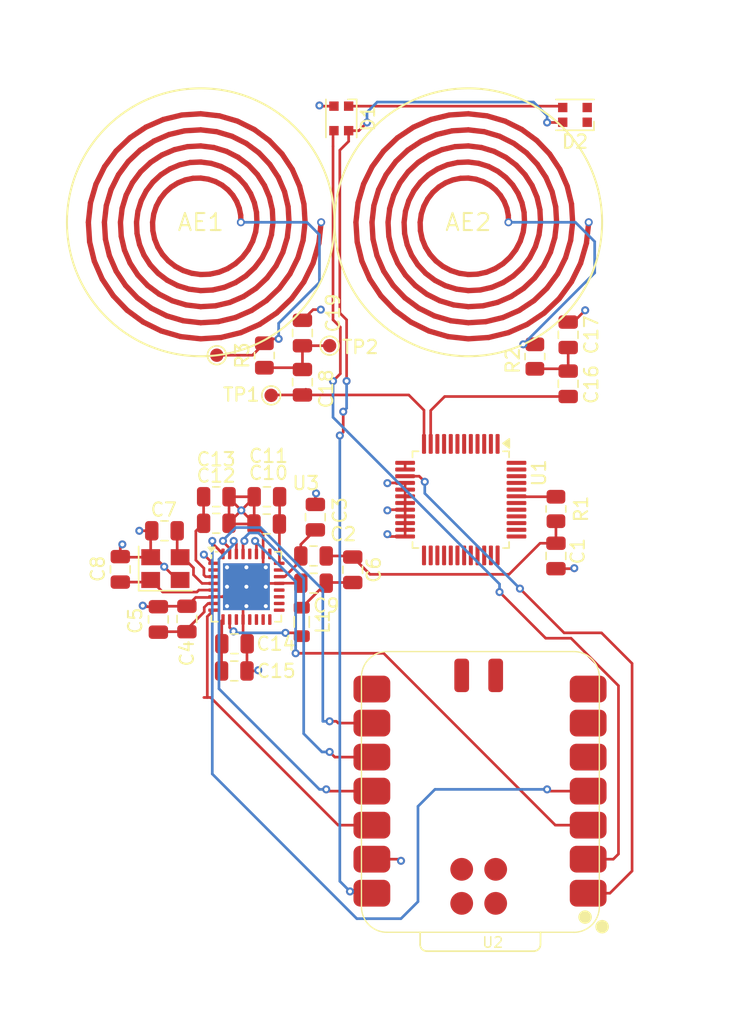
<source format=kicad_pcb>
(kicad_pcb (version 20241229) (generator "pcbnew") (generator_version "9.0")
  (layers (0 "F.Cu" signal) (4 "In1.Cu" signal) (6 "In2.Cu" signal) (2 "B.Cu" signal) (13 "F.Paste" user) (15 "B.Paste" user) (5 "F.SilkS" user "F.Silkscreen") (7 "B.SilkS" user "B.Silkscreen") (1 "F.Mask" user) (3 "B.Mask" user) (25 "Edge.Cuts" user))
  (net 0 "")
  (net 1 "Net-(AE1-Pad1)")
  (net 2 "GND")
  (net 3 "Net-(AE2-Pad1)")
  (net 4 "Net-(C1-Pad2)")
  (net 5 "Net-(U3-RFI1)")
  (net 6 "/VSP_A")
  (net 7 "Net-(C6-Pad1)")
  (net 8 "Net-(U3-XTO)")
  (net 9 "Net-(U3-XTI)")
  (net 10 "/AGD")
  (net 11 "/VSP_D")
  (net 12 "/VSP_RF")
  (net 13 "Net-(C16-Pad2)")
  (net 14 "Net-(U1-S2)")
  (net 15 "Net-(C18-Pad2)")
  (net 16 "Net-(U1-S1)")
  (net 17 "/LED_IN")
  (net 18 "+5V")
  (net 19 "Net-(D1-DOUT)")
  (net 21 "Net-(U3-RFO1)")
  (net 22 "Net-(U1-D)")
  (net 23 "/A0")
  (net 41 "+3.3V")
  (net 57 "/MISO")
  (net 58 "/SCLK")
  (net 59 "/{slash}CS")
  (net 62 "/IRQ")
  (net 64 "/MOSI")
  (footprint "Capacitor_SMD:C_0805_2012Metric" (layer "F.Cu") (at 111.1656 110.49)
    (property "Reference" "C13")
    (property "Value" "2.2 uF")
  )
  (footprint "Crystal:Crystal_SMD_3225-4Pin_3.2x2.5mm" (layer "F.Cu") (at 107.358 115.8528)
    (property "Reference" "Y3" (hide yes))
    (property "Value" "27.12 MHz")
  )
  (footprint "Capacitor_SMD:C_0805_2012Metric" (layer "F.Cu") (at 137.4648 102.0572 90)
    (property "Reference" "C16")
    (property "Value" "Ant_Cs1")
  )
  (footprint "Capacitor_SMD:C_0805_2012Metric" (layer "F.Cu") (at 121.3612 115.9408 90)
    (property "Reference" "C6")
    (property "Value" "Cs1")
  )
  (footprint "TestPoint:TestPoint_Pad_D1.0mm" (layer "F.Cu") (at 115.2652 102.9208)
    (property "Reference" "TP1")
    (property "Value" "TestPoint")
  )
  (footprint "LED_SMD:LED_WS2812B-2020_PLCC4_2.0x2.0mm" (layer "F.Cu") (at 137.9722 81.9824 180)
    (property "Reference" "D2")
    (property "Value" "WS2812B-2020")
  )
  (footprint "Package_DFN_QFN:VQFN-32-1EP_5x5mm_P0.5mm_EP3.5x3.5mm_ThermalVias" (layer "F.Cu") (at 113.4136 117.2072)
    (property "Reference" "U3")
    (property "Value" "ST25R3911B-AQW")
  )
  (footprint "nfc_antenna:NFC_antenna" (layer "F.Cu") (at 110 90)
    (property "Reference" "AE1")
    (property "Value" "Antenna_Loop")
  )
  (footprint "Package_QFP:TQFP-48_7x7mm_P0.5mm" (layer "F.Cu") (at 129.4384 110.7065 -90)
    (property "Reference" "U1")
    (property "Value" "~")
  )
  (footprint "Capacitor_SMD:C_0805_2012Metric" (layer "F.Cu") (at 103.9876 115.9104 -90)
    (property "Reference" "C8")
    (property "Value" "18 pF")
  )
  (footprint "Capacitor_SMD:C_0805_2012Metric" (layer "F.Cu") (at 136.5504 114.9096 90)
    (property "Reference" "C1")
    (property "Value" "Cp1")
  )
  (footprint "Capacitor_SMD:C_0805_2012Metric" (layer "F.Cu") (at 118.5672 112.014 90)
    (property "Reference" "C3")
    (property "Value" "Cvdr2")
  )
  (footprint "TestPoint:TestPoint_Pad_D1.0mm" (layer "F.Cu") (at 119.634 99.2124)
    (property "Reference" "TP2")
    (property "Value" "TestPoint")
  )
  (footprint "Capacitor_SMD:C_0805_2012Metric" (layer "F.Cu") (at 111.1656 112.4712)
    (property "Reference" "C12")
    (property "Value" "10 pF")
  )
  (footprint "Capacitor_SMD:C_0805_2012Metric" (layer "F.Cu") (at 117.602 98.2676 90)
    (property "Reference" "C19")
    (property "Value" "Ant_Cp1")
  )
  (footprint "Resistor_SMD:R_0805_2012Metric" (layer "F.Cu") (at 114.7572 99.944 90)
    (property "Reference" "R3")
    (property "Value" "RQ_s")
  )
  (footprint "Resistor_SMD:R_0805_2012Metric" (layer "F.Cu") (at 136.5504 111.4025 90)
    (property "Reference" "R1")
    (property "Value" "RQ_s")
  )
  (footprint "Capacitor_SMD:C_0805_2012Metric" (layer "F.Cu") (at 108.966 119.6136 90)
    (property "Reference" "C4")
    (property "Value" "10 pF")
  )
  (footprint "Capacitor_SMD:C_0805_2012Metric" (layer "F.Cu") (at 117.602 101.9404 90)
    (property "Reference" "C18")
    (property "Value" "Ant_Cs1")
  )
  (footprint "Capacitor_SMD:C_0805_2012Metric" (layer "F.Cu") (at 114.93 112.522 180)
    (property "Reference" "C10")
    (property "Value" "10 pF")
  )
  (footprint "Capacitor_SMD:C_0805_2012Metric" (layer "F.Cu") (at 118.43 114.9096)
    (property "Reference" "C2")
    (property "Value" "Cvdr1")
  )
  (footprint "nfc_antenna:NFC_antenna" (layer "F.Cu") (at 130 90)
    (property "Reference" "AE2")
    (property "Value" "Antenna_Loop")
  )
  (footprint "Resistor_SMD:R_0805_2012Metric" (layer "F.Cu") (at 134.9756 100.0252 90)
    (property "Reference" "R2")
    (property "Value" "RQ_s")
  )
  (footprint "Capacitor_SMD:C_0805_2012Metric" (layer "F.Cu") (at 118.43 116.9416)
    (property "Reference" "C9")
    (property "Value" "Cemc0")
  )
  (footprint "Inductor_SMD:L_0805_2012Metric" (layer "F.Cu") (at 117.5512 119.8329 90)
    (property "Reference" "L1")
    (property "Value" "L_Small")
  )
  (footprint "TestPoint:TestPoint_Pad_D1.0mm" (layer "F.Cu") (at 111.2012 99.9236)
    (property "Reference" "TP3" (hide yes))
    (property "Value" "TestPoint")
  )
  (footprint "Capacitor_SMD:C_0805_2012Metric" (layer "F.Cu") (at 106.8324 119.6492 90)
    (property "Reference" "C5")
    (property "Value" "2.2 uF")
  )
  (footprint "Seeeduino:XIAO-RP2040-SMD" (layer "F.Cu") (at 139.7929 121.96575 180)
    (property "Reference" "U2")
    (property "Value" "XIAO-RP2040-DIP")
  )
  (footprint "Capacitor_SMD:C_0805_2012Metric" (layer "F.Cu") (at 107.2896 113.03 180)
    (property "Reference" "C7")
    (property "Value" "18 pF")
  )
  (footprint "Capacitor_SMD:C_0805_2012Metric" (layer "F.Cu") (at 137.4648 98.3996 90)
    (property "Reference" "C17")
    (property "Value" "Ant_Cp1")
  )
  (footprint "Capacitor_SMD:C_0805_2012Metric" (layer "F.Cu") (at 114.9452 110.49 180)
    (property "Reference" "C11")
    (property "Value" "2.2 uF")
  )
  (footprint "LED_SMD:LED_WS2812B-2020_PLCC4_2.0x2.0mm" (layer "F.Cu") (at 120.5064 82.2458 -90)
    (property "Reference" "D1")
    (property "Value" "WS2812B-2020")
  )
  (footprint "Capacitor_SMD:C_0805_2012Metric" (layer "F.Cu") (at 112.522 121.4628)
    (property "Reference" "C14")
    (property "Value" "10 pF")
  )
  (footprint "Capacitor_SMD:C_0805_2012Metric" (layer "F.Cu") (at 112.5068 123.4948)
    (property "Reference" "C15")
    (property "Value" "2.2 uF")
  )
  (segment (start 115.0843 98.7044) (end 114.7572 99.0315) (width 0.2) (layer "F.Cu") (net 1))
  (segment (start 111.2012 99.9236) (end 113.8651 99.9236) (width 0.2) (layer "F.Cu") (net 1))
  (segment (start 115.824 98.7044) (end 115.0843 98.7044) (width 0.2) (layer "F.Cu") (net 1))
  (segment (start 113.8651 99.9236) (end 114.7572 99.0315) (width 0.2) (layer "F.Cu") (net 1))
  (via (at 115.824 98.7044) (size 0.6) (drill 0.3) (layers "F.Cu" "B.Cu") (net 1))
  (segment (start 115.824 97.536) (end 115.824 98.7044) (width 0.2) (layer "B.Cu") (net 1))
  (segment (start 117.94 90) (end 118.872 90.932) (width 0.2) (layer "B.Cu") (net 1))
  (segment (start 118.872 90.932) (end 118.872 94.488) (width 0.2) (layer "B.Cu") (net 1))
  (segment (start 118.872 94.488) (end 115.824 97.536) (width 0.2) (layer "B.Cu") (net 1))
  (segment (start 113 90) (end 117.94 90) (width 0.2) (layer "B.Cu") (net 1))
  (segment (start 125.2759 109.4565) (end 125.2759 109.9565) (width 0.2) (layer "F.Cu") (net 2))
  (segment (start 113.4568 121.478) (end 113.472 121.4628) (width 0.2) (layer "F.Cu") (net 2))
  (segment (start 118.5672 110.2868) (end 118.618 110.236) (width 0.2) (layer "F.Cu") (net 2))
  (segment (start 113.4568 123.4948) (end 113.4568 121.478) (width 0.2) (layer "F.Cu") (net 2))
  (segment (start 113.98 112.456) (end 113.03 111.506) (width 0.2) (layer "F.Cu") (net 2))
  (segment (start 137.856 97.4496) (end 138.7348 96.5708) (width 0.2) (layer "F.Cu") (net 2))
  (segment (start 137.4648 97.4496) (end 137.856 97.4496) (width 0.2) (layer "F.Cu") (net 2))
  (segment (start 125.2759 110.4565) (end 125.2759 110.9565) (width 0.2) (layer "F.Cu") (net 2))
  (segment (start 110.916 118.0048) (end 109.6248 118.0048) (width 0.2) (layer "F.Cu") (net 2))
  (segment (start 125.2759 111.9565) (end 125.2759 112.4565) (width 0.2) (layer "F.Cu") (net 2))
  (segment (start 113.9952 112.964) (end 113.98 112.9792) (width 0.2) (layer "F.Cu") (net 2))
  (segment (start 108.966 118.6636) (end 106.868 118.6636) (width 0.2) (layer "F.Cu") (net 2))
  (segment (start 114.8636 115.7572) (end 114.6636 115.5572) (width 0.2) (layer "F.Cu") (net 2))
  (segment (start 118.9228 81.3308) (end 118.872 81.28) (width 0.2) (layer "F.Cu") (net 2))
  (segment (start 114.6636 113.2056) (end 113.98 112.522) (width 0.2) (layer "F.Cu") (net 2))
  (segment (start 136.5504 115.8596) (end 137.8864 115.8596) (width 0.2) (layer "F.Cu") (net 2))
  (segment (start 125.2759 112.9565) (end 125.2759 113.4565) (width 0.2) (layer "F.Cu") (net 2))
  (segment (start 104.03 115.0028) (end 103.9876 114.9604) (width 0.2) (layer "F.Cu") (net 2))
  (segment (start 106.258 115.0028) (end 106.258 113.1116) (width 0.2) (layer "F.Cu") (net 2))
  (segment (start 118.9736 96.52) (end 118.3996 96.52) (width 0.2) (layer "F.Cu") (net 2))
  (segment (start 114.8636 117.2072) (end 115.1136 116.9572) (width 0.2) (layer "F.Cu") (net 2))
  (segment (start 107.122 118.6636) (end 107.0864 118.6992) (width 0.2) (layer "F.Cu") (net 2))
  (segment (start 112.1156 112.4712) (end 112.1156 112.4204) (width 0.2) (layer "F.Cu") (net 2))
  (segment (start 114.6636 114.7572) (end 114.6636 113.2056) (width 0.2) (layer "F.Cu") (net 2))
  (segment (start 113.4568 123.4948) (end 114.2492 123.4948) (width 0.2) (layer "F.Cu") (net 2))
  (segment (start 113.98 112.522) (end 112.1664 112.522) (width 0.2) (layer "F.Cu") (net 2))
  (segment (start 106.258 115.0028) (end 106.560733 115.0028) (width 0.2) (layer "F.Cu") (net 2))
  (segment (start 111.9636 117.631464) (end 111.637864 117.9572) (width 0.2) (layer "F.Cu") (net 2))
  (segment (start 111.9636 118.6572) (end 111.9636 118.232936) (width 0.2) (layer "F.Cu") (net 2))
  (segment (start 125.2759 113.4565) (end 124.1245 113.4565) (width 0.2) (layer "F.Cu") (net 2))
  (segment (start 111.9636 118.232936) (end 111.687864 117.9572) (width 0.2) (layer "F.Cu") (net 2))
  (segment (start 117.48 116.9416) (end 115.8792 116.9416) (width 0.2) (layer "F.Cu") (net 2))
  (segment (start 113.98 112.522) (end 113.98 112.456) (width 0.2) (layer "F.Cu") (net 2))
  (segment (start 108.260733 116.7028) (end 107.270108 115.712175) (width 0.2) (layer "F.Cu") (net 2))
  (segment (start 103.9876 114.1984) (end 104.14 114.046) (width 0.2) (layer "F.Cu") (net 2))
  (segment (start 118.5672 111.064) (end 118.5672 110.2868) (width 0.2) (layer "F.Cu") (net 2))
  (segment (start 114.2492 123.4948) (end 114.3 123.444) (width 0.2) (layer "F.Cu") (net 2))
  (segment (start 112.1664 112.9792) (end 112.1156 112.9284) (width 0.2) (layer "F.Cu") (net 2))
  (segment (start 115.1136 116.9572) (end 115.8636 116.9572) (width 0.2) (layer "F.Cu") (net 2))
  (segment (start 108.458 116.7028) (end 108.260733 116.7028) (width 0.2) (layer "F.Cu") (net 2))
  (segment (start 106.258 113.1116) (end 106.3396 113.03) (width 0.2) (layer "F.Cu") (net 2))
  (segment (start 111.9636 117.2072) (end 111.9636 117.631464) (width 0.2) (layer "F.Cu") (net 2))
  (segment (start 125.2759 111.4565) (end 124.0015 111.4565) (width 0.2) (layer "F.Cu") (net 2))
  (segment (start 124.84575 137.54575) (end 124.968 137.668) (width 0.2) (layer "F.Cu") (net 2))
  (segment (start 137.8864 115.8596) (end 137.922 115.824) (width 0.2) (layer "F.Cu") (net 2))
  (segment (start 125.2759 112.4565) (end 125.2759 112.9565) (width 0.2) (layer "F.Cu") (net 2))
  (segment (start 113.472 121.4628) (end 113.1636 121.1544) (width 0.2) (layer "F.Cu") (net 2))
  (segment (start 125.2759 111.4565) (end 125.2759 111.9565) (width 0.2) (layer "F.Cu") (net 2))
  (segment (start 118.3996 96.52) (end 117.602 97.3176) (width 0.2) (layer "F.Cu") (net 2))
  (segment (start 122.7929 137.54575) (end 124.84575 137.54575) (width 0.2) (layer "F.Cu") (net 2))
  (segment (start 111.637864 117.9572) (end 110.9636 117.9572) (width 0.2) (layer "F.Cu") (net 2))
  (segment (start 119.9564 81.3308) (end 118.9228 81.3308) (width 0.2) (layer "F.Cu") (net 2))
  (segment (start 113.4136 118.6572) (end 113.1636 118.9072) (width 0.2) (layer "F.Cu") (net 2))
  (segment (start 125.2759 109.9565) (end 125.2759 110.4565) (width 0.2) (layer "F.Cu") (net 2))
  (segment (start 125.2759 109.4565) (end 123.9695 109.4565) (width 0.2) (layer "F.Cu") (net 2))
  (segment (start 113.1636 118.9072) (end 113.1636 119.6572) (width 0.2) (layer "F.Cu") (net 2))
  (segment (start 123.9695 109.4565) (end 123.952 109.474) (width 0.2) (layer "F.Cu") (net 2))
  (segment (start 118.6747 110.9565) (end 118.5672 111.064) (width 0.2) (layer "F.Cu") (net 2))
  (segment (start 110.9636 117.9572) (end 110.916 118.0048) (width 0.2) (layer "F.Cu") (net 2))
  (segment (start 106.560733 115.0028) (end 107.270108 115.712175) (width 0.2) (layer "F.Cu") (net 2))
  (segment (start 115.8792 116.9416) (end 115.8636 116.9572) (width 0.2) (layer "F.Cu") (net 2))
  (segment (start 113.1636 121.1544) (end 113.1636 119.6572) (width 0.2) (layer "F.Cu") (net 2))
  (segment (start 106.6716 115.0028) (end 106.258 115.0028) (width 0.2) (layer "F.Cu") (net 2))
  (segment (start 106.8324 118.6992) (end 105.7452 118.6992) (width 0.2) (layer "F.Cu") (net 2))
  (segment (start 124.0015 111.4565) (end 123.952 111.506) (width 0.2) (layer "F.Cu") (net 2))
  (segment (start 114.6636 115.5572) (end 114.6636 114.7572) (width 0.2) (layer "F.Cu") (net 2))
  (segment (start 124.1245 113.4565) (end 123.952 113.284) (width 0.2) (layer "F.Cu") (net 2))
  (segment (start 112.1156 112.9284) (end 112.1156 110.9472) (width 0.2) (layer "F.Cu") (net 2))
  (segment (start 112.1156 110.5916) (end 113.03 111.506) (width 0.2) (layer "F.Cu") (net 2))
  (segment (start 112.1156 110.49) (end 112.1156 110.5916) (width 0.2) (layer "F.Cu") (net 2))
  (segment (start 106.258 115.0028) (end 104.03 115.0028) (width 0.2) (layer "F.Cu") (net 2))
  (segment (start 109.6248 118.0048) (end 108.966 118.6636) (width 0.2) (layer "F.Cu") (net 2))
  (segment (start 108.458 116.7028) (end 108.3716 116.7028) (width 0.2) (layer "F.Cu") (net 2))
  (segment (start 111.687864 117.9572) (end 110.9636 117.9572) (width 0.2) (layer "F.Cu") (net 2))
  (segment (start 103.9876 114.9604) (end 103.9876 114.1984) (width 0.2) (layer "F.Cu") (net 2))
  (segment (start 112.1156 112.4204) (end 113.03 111.506) (width 0.2) (layer "F.Cu") (net 2))
  (segment (start 112.1664 112.522) (end 112.1156 112.4712) (width 0.2) (layer "F.Cu") (net 2))
  (segment (start 106.3396 113.03) (end 105.41 113.03) (width 0.2) (layer "F.Cu") (net 2))
  (segment (start 113.9952 110.9472) (end 113.9952 112.964) (width 0.2) (layer "F.Cu") (net 2))
  (segment (start 125.2759 110.9565) (end 125.2759 111.4565) (width 0.2) (layer "F.Cu") (net 2))
  (segment (start 113.9952 110.49) (end 112.1156 110.49) (width 0.2) (layer "F.Cu") (net 2))
  (segment (start 113.9952 110.49) (end 113.9952 110.5408) (width 0.2) (layer "F.Cu") (net 2))
  (segment (start 113.9952 110.5408) (end 113.03 111.506) (width 0.2) (layer "F.Cu") (net 2))
  (segment (start 105.9992 118.6992) (end 105.918 118.618) (width 0.2) (layer "F.Cu") (net 2))
  (via (at 123.952 109.474) (size 0.6) (drill 0.3) (layers "F.Cu" "B.Cu") (net 2))
  (via (at 104.14 114.046) (size 0.6) (drill 0.3) (layers "F.Cu" "B.Cu") (net 2))
  (via (at 137.922 115.824) (size 0.6) (drill 0.3) (layers "F.Cu" "B.Cu") (net 2))
  (via (at 118.872 81.28) (size 0.6) (drill 0.3) (layers "F.Cu" "B.Cu") (net 2))
  (via (at 124.968 137.668) (size 0.6) (drill 0.3) (layers "F.Cu" "B.Cu") (net 2))
  (via (at 105.664 118.618) (size 0.6) (drill 0.3) (layers "F.Cu" "B.Cu") (net 2))
  (via (at 113.03 111.506) (size 0.6) (drill 0.3) (layers "F.Cu" "B.Cu") (net 2))
  (via (at 107.270108 115.712175) (size 0.6) (drill 0.3) (layers "F.Cu" "B.Cu") (net 2))
  (via (at 118.618 110.236) (size 0.6) (drill 0.3) (layers "F.Cu" "B.Cu") (net 2))
  (via (at 118.9736 96.52) (size 0.6) (drill 0.3) (layers "F.Cu" "B.Cu") (net 2))
  (via (at 123.952 111.506) (size 0.6) (drill 0.3) (layers "F.Cu" "B.Cu") (net 2))
  (via (at 114.3 123.444) (size 0.6) (drill 0.3) (layers "F.Cu" "B.Cu") (net 2))
  (via (at 105.41 113.03) (size 0.6) (drill 0.3) (layers "F.Cu" "B.Cu") (net 2))
  (via (at 138.7348 96.5708) (size 0.6) (drill 0.3) (layers "F.Cu" "B.Cu") (net 2))
  (via (at 123.952 113.284) (size 0.6) (drill 0.3) (layers "F.Cu" "B.Cu") (net 2))
  (segment (start 119 96.4936) (end 118.9736 96.52) (width 0.2) (layer "B.Cu") (net 2))
  (segment (start 134.9737 99.1108) (end 134.9756 99.1127) (width 0.2) (layer "F.Cu") (net 3))
  (segment (start 134.112 99.1108) (end 134.9737 99.1108) (width 0.2) (layer "F.Cu") (net 3))
  (via (at 134.112 99.1108) (size 0.6) (drill 0.3) (layers "F.Cu" "B.Cu") (net 3))
  (segment (start 139.446 93.7768) (end 139.446 91.44) (width 0.2) (layer "B.Cu") (net 3))
  (segment (start 134.112 99.1108) (end 139.446 93.7768) (width 0.2) (layer "B.Cu") (net 3))
  (segment (start 138.006 90) (end 133 90) (width 0.2) (layer "B.Cu") (net 3))
  (segment (start 139.446 91.44) (end 138.006 90) (width 0.2) (layer "B.Cu") (net 3))
  (segment (start 136.5504 113.9596) (end 135.3668 113.9596) (width 0.2) (layer "F.Cu") (net 4))
  (segment (start 121.28 114.9096) (end 121.3612 114.9908) (width 0.2) (layer "F.Cu") (net 4))
  (segment (start 136.5504 112.315) (end 136.5504 113.9596) (width 0.2) (layer "F.Cu") (net 4))
  (segment (start 135.3668 113.9596) (end 133.0452 116.2812) (width 0.2) (layer "F.Cu") (net 4))
  (segment (start 133.0452 116.2812) (end 122.6516 116.2812) (width 0.2) (layer "F.Cu") (net 4))
  (segment (start 119.38 114.9096) (end 121.28 114.9096) (width 0.2) (layer "F.Cu") (net 4))
  (segment (start 122.6516 116.2812) (end 121.3612 114.9908) (width 0.2) (layer "F.Cu") (net 4))
  (segment (start 117.48 114.9096) (end 117.48 115.256598) (width 0.2) (layer "F.Cu") (net 5))
  (segment (start 116.279398 116.4572) (end 115.8636 116.4572) (width 0.2) (layer "F.Cu") (net 5))
  (segment (start 117.48 114.9096) (end 117.48 114.0512) (width 0.2) (layer "F.Cu") (net 5))
  (segment (start 117.48 115.256598) (end 116.279398 116.4572) (width 0.2) (layer "F.Cu") (net 5))
  (segment (start 117.48 114.0512) (end 118.5672 112.964) (width 0.2) (layer "F.Cu") (net 5))
  (segment (start 107.122 120.5636) (end 107.0864 120.5992) (width 0.2) (layer "F.Cu") (net 6))
  (segment (start 108.966 120.5636) (end 108.966 120.3877) (width 0.2) (layer "F.Cu") (net 6))
  (segment (start 110.2626 119.0911) (end 110.2626 118.742402) (width 0.2) (layer "F.Cu") (net 6))
  (segment (start 110.547802 118.4572) (end 110.9636 118.4572) (width 0.2) (layer "F.Cu") (net 6))
  (segment (start 108.966 120.3877) (end 110.2626 119.0911) (width 0.2) (layer "F.Cu") (net 6))
  (segment (start 108.966 120.5636) (end 106.868 120.5636) (width 0.2) (layer "F.Cu") (net 6))
  (segment (start 110.2626 118.742402) (end 110.547802 118.4572) (width 0.2) (layer "F.Cu") (net 6))
  (segment (start 121.3612 116.8908) (end 119.4308 116.8908) (width 0.2) (layer "F.Cu") (net 7))
  (segment (start 119.38 116.9416) (end 117.5512 118.7704) (width 0.2) (layer "F.Cu") (net 7))
  (segment (start 119.4308 116.8908) (end 119.38 116.9416) (width 0.2) (layer "F.Cu") (net 7))
  (segment (start 109.459 115.8018) (end 109.459 116.317) (width 0.2) (layer "F.Cu") (net 8))
  (segment (start 109.459 116.317) (end 110.0992 116.9572) (width 0.2) (layer "F.Cu") (net 8))
  (segment (start 108.458 115.0028) (end 108.66 115.0028) (width 0.2) (layer "F.Cu") (net 8))
  (segment (start 110.0992 116.9572) (end 110.9636 116.9572) (width 0.2) (layer "F.Cu") (net 8))
  (segment (start 108.2396 113.03) (end 108.2396 114.7844) (width 0.2) (layer "F.Cu") (net 8))
  (segment (start 108.66 115.0028) (end 109.459 115.8018) (width 0.2) (layer "F.Cu") (net 8))
  (segment (start 108.2396 114.7844) (end 108.458 115.0028) (width 0.2) (layer "F.Cu") (net 8))
  (segment (start 103.9876 116.8604) (end 106.1004 116.8604) (width 0.2) (layer "F.Cu") (net 9))
  (segment (start 106.258 116.7028) (end 107.159 117.6038) (width 0.2) (layer "F.Cu") (net 9))
  (segment (start 107.159 117.6038) (end 109.7127 117.6038) (width 0.2) (layer "F.Cu") (net 9))
  (segment (start 106.1004 116.8604) (end 106.258 116.7028) (width 0.2) (layer "F.Cu") (net 9))
  (segment (start 109.7127 117.6038) (end 109.8593 117.4572) (width 0.2) (layer "F.Cu") (net 9))
  (segment (start 109.8593 117.4572) (end 110.9636 117.4572) (width 0.2) (layer "F.Cu") (net 9))
  (segment (start 115.8952 112.5068) (end 115.88 112.522) (width 0.2) (layer "F.Cu") (net 10))
  (segment (start 115.88 112.522) (end 115.88 115.4408) (width 0.2) (layer "F.Cu") (net 10))
  (segment (start 115.8952 110.49) (end 115.8952 112.5068) (width 0.2) (layer "F.Cu") (net 10))
  (segment (start 115.88 115.4408) (end 115.8636 115.4572) (width 0.2) (layer "F.Cu") (net 10))
  (segment (start 110.236 116.332) (end 110.236 115.824) (width 0.2) (layer "F.Cu") (net 11))
  (segment (start 109.635 113.0518) (end 110.2156 112.4712) (width 0.2) (layer "F.Cu") (net 11))
  (segment (start 110.2156 110.49) (end 110.2156 112.4712) (width 0.2) (layer "F.Cu") (net 11))
  (segment (start 109.635 115.223) (end 109.635 113.0518) (width 0.2) (layer "F.Cu") (net 11))
  (segment (start 110.9636 116.4572) (end 110.3612 116.4572) (width 0.2) (layer "F.Cu") (net 11))
  (segment (start 110.236 115.824) (end 109.635 115.223) (width 0.2) (layer "F.Cu") (net 11))
  (segment (start 110.3612 116.4572) (end 110.236 116.332) (width 0.2) (layer "F.Cu") (net 11))
  (segment (start 111.572 119.7488) (end 111.6636 119.6572) (width 0.2) (layer "F.Cu") (net 12))
  (segment (start 111.5568 121.478) (end 111.572 121.4628) (width 0.2) (layer "F.Cu") (net 12))
  (segment (start 111.572 121.4628) (end 111.572 119.7488) (width 0.2) (layer "F.Cu") (net 12))
  (segment (start 111.5568 123.4948) (end 111.5568 121.478) (width 0.2) (layer "F.Cu") (net 12))
  (segment (start 135.2823 100.9377) (end 135.4328 100.7872) (width 0.2) (layer "F.Cu") (net 13))
  (segment (start 137.4648 99.3496) (end 137.4648 101.1072) (width 0.2) (layer "F.Cu") (net 13))
  (segment (start 137.2953 100.9377) (end 137.4648 101.1072) (width 0.2) (layer "F.Cu") (net 13))
  (segment (start 134.9756 100.9377) (end 137.2953 100.9377) (width 0.2) (layer "F.Cu") (net 13))
  (segment (start 134.9756 100.9377) (end 135.2823 100.9377) (width 0.2) (layer "F.Cu") (net 13))
  (segment (start 128.2344 103.0072) (end 127.1884 104.0532) (width 0.2) (layer "F.Cu") (net 14))
  (segment (start 137.4648 103.0072) (end 128.2344 103.0072) (width 0.2) (layer "F.Cu") (net 14))
  (segment (start 127.1884 104.0532) (end 127.1884 106.544) (width 0.2) (layer "F.Cu") (net 14))
  (segment (start 119.634 99.2124) (end 117.6072 99.2124) (width 0.2) (layer "F.Cu") (net 15))
  (segment (start 117.602 99.2176) (end 117.602 100.9904) (width 0.2) (layer "F.Cu") (net 15))
  (segment (start 117.6072 99.2124) (end 117.602 99.2176) (width 0.2) (layer "F.Cu") (net 15))
  (segment (start 117.4681 100.8565) (end 117.602 100.9904) (width 0.2) (layer "F.Cu") (net 15))
  (segment (start 114.7572 100.8565) (end 117.4681 100.8565) (width 0.2) (layer "F.Cu") (net 15))
  (segment (start 126.6884 106.544) (end 126.6884 104.0316) (width 0.2) (layer "F.Cu") (net 16))
  (segment (start 115.2956 102.8904) (end 115.2652 102.9208) (width 0.2) (layer "F.Cu") (net 16))
  (segment (start 117.602 102.8904) (end 115.2956 102.8904) (width 0.2) (layer "F.Cu") (net 16))
  (segment (start 117.9 102.5076) (end 117.856 102.4636) (width 0.2) (layer "F.Cu") (net 16))
  (segment (start 125.5472 102.8904) (end 117.602 102.8904) (width 0.2) (layer "F.Cu") (net 16))
  (segment (start 126.6884 104.0316) (end 125.5472 102.8904) (width 0.2) (layer "F.Cu") (net 16))
  (segment (start 141.224 124.596792) (end 137.678208 121.051) (width 0.2) (layer "F.Cu") (net 17))
  (segment (start 119.888 97.282) (end 120.435 97.829) (width 0.2) (layer "F.Cu") (net 17))
  (segment (start 135.783 121.051) (end 132.334 117.602) (width 0.2) (layer "F.Cu") (net 17))
  (segment (start 140.83825 137.54575) (end 141.224 137.16) (width 0.2) (layer "F.Cu") (net 17))
  (segment (start 119.888 84.328) (end 119.888 97.282) (width 0.2) (layer "F.Cu") (net 17))
  (segment (start 141.224 137.16) (end 141.224 124.596792) (width 0.2) (layer "F.Cu") (net 17))
  (segment (start 119.888 83.2292) (end 119.9564 83.1608) (width 0.2) (layer "F.Cu") (net 17))
  (segment (start 138.9579 137.54575) (end 140.83825 137.54575) (width 0.2) (layer "F.Cu") (net 17))
  (segment (start 137.678208 121.051) (end 135.783 121.051) (width 0.2) (layer "F.Cu") (net 17))
  (segment (start 120.435 97.829) (end 120.435 101.307) (width 0.2) (layer "F.Cu") (net 17))
  (segment (start 120.435 101.307) (end 119.888 101.854) (width 0.2) (layer "F.Cu") (net 17))
  (segment (start 119.888 84.328) (end 119.888 83.2292) (width 0.2) (layer "F.Cu") (net 17))
  (via (at 119.888 101.854) (size 0.6) (drill 0.3) (layers "F.Cu" "B.Cu") (net 17))
  (via (at 132.334 117.602) (size 0.6) (drill 0.3) (layers "F.Cu" "B.Cu") (net 17))
  (segment (start 119.888 101.854) (end 119.888 104.560057) (width 0.2) (layer "B.Cu") (net 17))
  (segment (start 132.334 117.602) (end 132.334 117.006057) (width 0.2) (layer "B.Cu") (net 17))
  (segment (start 132.334 117.006057) (end 119.888 104.560057) (width 0.2) (layer "B.Cu") (net 17))
  (segment (start 121.158 139.954) (end 122.66115 139.954) (width 0.2) (layer "F.Cu") (net 18))
  (segment (start 120.904 101.854) (end 120.904 97.282) (width 0.2) (layer "F.Cu") (net 18))
  (segment (start 120.396 84.620003) (end 120.688003 84.328) (width 0.2) (layer "F.Cu") (net 18))
  (segment (start 135.89 82.55) (end 137.0396 82.55) (width 0.2) (layer "F.Cu") (net 18))
  (segment (start 121.0564 83.1608) (end 121.8172 83.1608) (width 0.2) (layer "F.Cu") (net 18))
  (segment (start 121.0564 83.1608) (end 121.0564 83.959603) (width 0.2) (layer "F.Cu") (net 18))
  (segment (start 122.66115 139.954) (end 122.7929 140.08575) (width 0.2) (layer "F.Cu") (net 18))
  (segment (start 120.396 96.774) (end 120.396 84.620003) (width 0.2) (layer "F.Cu") (net 18))
  (segment (start 120.904 97.282) (end 120.396 96.774) (width 0.2) (layer "F.Cu") (net 18))
  (segment (start 121.8172 83.1608) (end 122.428 82.55) (width 0.2) (layer "F.Cu") (net 18))
  (segment (start 120.65 105.664) (end 120.396 105.918) (width 0.2) (layer "F.Cu") (net 18))
  (segment (start 120.65 104.14) (end 120.65 105.664) (width 0.2) (layer "F.Cu") (net 18))
  (segment (start 121.0564 83.959603) (end 120.688003 84.328) (width 0.2) (layer "F.Cu") (net 18))
  (segment (start 137.0396 82.55) (end 137.0572 82.5324) (width 0.2) (layer "F.Cu") (net 18))
  (via (at 121.158 139.954) (size 0.6) (drill 0.3) (layers "F.Cu" "B.Cu") (net 18))
  (via (at 120.396 105.918) (size 0.6) (drill 0.3) (layers "F.Cu" "B.Cu") (net 18))
  (via (at 120.65 104.14) (size 0.6) (drill 0.3) (layers "F.Cu" "B.Cu") (net 18))
  (via (at 120.904 101.854) (size 0.6) (drill 0.3) (layers "F.Cu" "B.Cu") (net 18))
  (via (at 122.428 82.55) (size 0.6) (drill 0.3) (layers "F.Cu" "B.Cu") (net 18))
  (via (at 135.89 82.55) (size 0.6) (drill 0.3) (layers "F.Cu" "B.Cu") (net 18))
  (segment (start 120.904 103.886) (end 120.904 101.854) (width 0.2) (layer "B.Cu") (net 18))
  (segment (start 134.874 81.026) (end 135.89 82.042) (width 0.2) (layer "B.Cu") (net 18))
  (segment (start 120.396 105.918) (end 120.396 139.192) (width 0.2) (layer "B.Cu") (net 18))
  (segment (start 120.396 139.192) (end 121.158 139.954) (width 0.2) (layer "B.Cu") (net 18))
  (segment (start 120.65 104.14) (end 120.904 103.886) (width 0.2) (layer "B.Cu") (net 18))
  (segment (start 122.428 81.788) (end 123.19 81.026) (width 0.2) (layer "B.Cu") (net 18))
  (segment (start 123.19 81.026) (end 134.874 81.026) (width 0.2) (layer "B.Cu") (net 18))
  (segment (start 135.89 82.042) (end 135.89 82.55) (width 0.2) (layer "B.Cu") (net 18))
  (segment (start 122.428 82.55) (end 122.428 81.788) (width 0.2) (layer "B.Cu") (net 18))
  (segment (start 136.9556 81.3308) (end 137.0572 81.4324) (width 0.2) (layer "F.Cu") (net 19))
  (segment (start 121.0564 81.3308) (end 136.9556 81.3308) (width 0.2) (layer "F.Cu") (net 19))
  (segment (start 116.332 120.65) (end 117.3058 120.65) (width 0.2) (layer "F.Cu") (net 21))
  (segment (start 117.3058 120.65) (end 117.5512 120.8954) (width 0.2) (layer "F.Cu") (net 21))
  (segment (start 112.1636 119.6572) (end 112.1636 120.25247) (width 0.2) (layer "F.Cu") (net 21))
  (segment (start 112.1636 120.25247) (end 112.447799 120.536669) (width 0.2) (layer "F.Cu") (net 21))
  (via (at 116.332 120.65) (size 0.6) (drill 0.3) (layers "F.Cu" "B.Cu") (net 21))
  (via (at 112.447799 120.536669) (size 0.6) (drill 0.3) (layers "F.Cu" "B.Cu") (net 21))
  (segment (start 112.447799 120.536669) (end 112.56113 120.65) (width 0.2) (layer "B.Cu") (net 21))
  (segment (start 112.56113 120.65) (end 116.332 120.65) (width 0.2) (layer "B.Cu") (net 21))
  (segment (start 133.6344 110.49) (end 133.6009 110.4565) (width 0.2) (layer "F.Cu") (net 22))
  (segment (start 136.5504 110.49) (end 133.6344 110.49) (width 0.2) (layer "F.Cu") (net 22))
  (segment (start 125.2759 108.9565) (end 126.3301 108.9565) (width 0.2) (layer "F.Cu") (net 23))
  (segment (start 142.24 122.936) (end 142.24 138.43) (width 0.2) (layer "F.Cu") (net 23))
  (segment (start 126.3301 108.9565) (end 126.746 109.3724) (width 0.2) (layer "F.Cu") (net 23))
  (segment (start 142.24 138.43) (end 140.58425 140.08575) (width 0.2) (layer "F.Cu") (net 23))
  (segment (start 133.858 117.348) (end 137.16 120.65) (width 0.2) (layer "F.Cu") (net 23))
  (segment (start 140.58425 140.08575) (end 138.9579 140.08575) (width 0.2) (layer "F.Cu") (net 23))
  (segment (start 139.954 120.65) (end 142.24 122.936) (width 0.2) (layer "F.Cu") (net 23))
  (segment (start 137.16 120.65) (end 139.954 120.65) (width 0.2) (layer "F.Cu") (net 23))
  (via (at 133.858 117.348) (size 0.6) (drill 0.3) (layers "F.Cu" "B.Cu") (net 23))
  (via (at 126.746 109.3724) (size 0.6) (drill 0.3) (layers "F.Cu" "B.Cu") (net 23))
  (segment (start 126.746 109.3724) (end 126.746 110.236) (width 0.2) (layer "B.Cu") (net 23))
  (segment (start 126.746 110.236) (end 133.858 117.348) (width 0.2) (layer "B.Cu") (net 23))
  (segment (start 110.9636 118.9572) (end 110.49 119.4308) (width 0.2) (layer "F.Cu") (net 41))
  (segment (start 110.744 125.476) (end 120.27375 135.00575) (width 0.2) (layer "F.Cu") (net 41))
  (segment (start 110.8852 115.4572) (end 110.236 114.808) (width 0.2) (layer "F.Cu") (net 41))
  (segment (start 110.49 125.476) (end 110.236 125.476) (width 0.2) (layer "F.Cu") (net 41))
  (segment (start 110.49 125.476) (end 110.744 125.476) (width 0.2) (layer "F.Cu") (net 41))
  (segment (start 110.9636 115.4572) (end 110.8852 115.4572) (width 0.2) (layer "F.Cu") (net 41))
  (segment (start 120.27375 135.00575) (end 122.7929 135.00575) (width 0.2) (layer "F.Cu") (net 41))
  (segment (start 125.2759 107.9565) (end 125.2759 108.4565) (width 0.2) (layer "F.Cu") (net 41))
  (segment (start 110.49 119.4308) (end 110.49 125.476) (width 0.2) (layer "F.Cu") (net 41))
  (via (at 110.236 114.808) (size 0.6) (drill 0.3) (layers "F.Cu" "B.Cu") (net 41))
  (segment (start 113.1636 114.7572) (end 113.1636 113.891997) (width 0.2) (layer "F.Cu") (net 57))
  (segment (start 113.1636 113.891997) (end 113.263597 113.792) (width 0.2) (layer "F.Cu") (net 57))
  (segment (start 120.01975 129.92575) (end 122.7929 129.92575) (width 0.2) (layer "F.Cu") (net 57))
  (segment (start 119.634 129.54) (end 120.01975 129.92575) (width 0.2) (layer "F.Cu") (net 57))
  (via (at 119.634 129.54) (size 0.6) (drill 0.3) (layers "F.Cu" "B.Cu") (net 57))
  (via (at 113.263597 113.792) (size 0.6) (drill 0.3) (layers "F.Cu" "B.Cu") (net 57))
  (segment (start 114.312543 113.191) (end 113.631 113.191) (width 0.2) (layer "B.Cu") (net 57))
  (segment (start 119.058 129.54) (end 117.695 128.177) (width 0.2) (layer "B.Cu") (net 57))
  (segment (start 113.263597 113.558403) (end 113.263597 113.792) (width 0.2) (layer "B.Cu") (net 57))
  (segment (start 119.058 129.54) (end 119.634 129.54) (width 0.2) (layer "B.Cu") (net 57))
  (segment (start 117.695 116.573457) (end 114.312543 113.191) (width 0.2) (layer "B.Cu") (net 57))
  (segment (start 117.695 128.177) (end 117.695 116.573457) (width 0.2) (layer "B.Cu") (net 57))
  (segment (start 113.631 113.191) (end 113.263597 113.558403) (width 0.2) (layer "B.Cu") (net 57))
  (segment (start 112.1636 114.341949) (end 111.663591 113.84194) (width 0.2) (layer "F.Cu") (net 58))
  (segment (start 112.1636 114.7572) (end 112.1636 114.341949) (width 0.2) (layer "F.Cu") (net 58))
  (segment (start 120.27375 127.38575) (end 122.7929 127.38575) (width 0.2) (layer "F.Cu") (net 58))
  (segment (start 120.142 127.254) (end 120.27375 127.38575) (width 0.2) (layer "F.Cu") (net 58))
  (segment (start 119.634 127.254) (end 120.142 127.254) (width 0.2) (layer "F.Cu") (net 58))
  (segment (start 111.663591 113.84194) (end 111.663591 113.792) (width 0.2) (layer "F.Cu") (net 58))
  (via (at 111.663591 113.792) (size 0.6) (drill 0.3) (layers "F.Cu" "B.Cu") (net 58))
  (via (at 119.634 127.254) (size 0.6) (drill 0.3) (layers "F.Cu" "B.Cu") (net 58))
  (segment (start 112.615651 112.79) (end 114.478643 112.79) (width 0.2) (layer "B.Cu") (net 58))
  (segment (start 111.663591 113.792) (end 111.663591 113.74206) (width 0.2) (layer "B.Cu") (net 58))
  (segment (start 119.126 117.437357) (end 119.126 127.254) (width 0.2) (layer "B.Cu") (net 58))
  (segment (start 119.126 127.254) (end 119.634 127.254) (width 0.2) (layer "B.Cu") (net 58))
  (segment (start 111.663591 113.74206) (end 112.615651 112.79) (width 0.2) (layer "B.Cu") (net 58))
  (segment (start 114.478643 112.79) (end 119.126 117.437357) (width 0.2) (layer "B.Cu") (net 58))
  (segment (start 135.89 132.334) (end 136.02175 132.46575) (width 0.2) (layer "F.Cu") (net 59))
  (segment (start 111.6636 114.7572) (end 110.863588 113.957188) (width 0.2) (layer "F.Cu") (net 59))
  (segment (start 136.02175 132.46575) (end 138.9579 132.46575) (width 0.2) (layer "F.Cu") (net 59))
  (segment (start 110.863588 113.957188) (end 110.863588 113.792) (width 0.2) (layer "F.Cu") (net 59))
  (via (at 135.89 132.334) (size 0.6) (drill 0.3) (layers "F.Cu" "B.Cu") (net 59))
  (via (at 110.863588 113.792) (size 0.6) (drill 0.3) (layers "F.Cu" "B.Cu") (net 59))
  (segment (start 126.238 133.604) (end 127.508 132.334) (width 0.2) (layer "B.Cu") (net 59))
  (segment (start 110.863588 113.792) (end 110.863588 131.183588) (width 0.2) (layer "B.Cu") (net 59))
  (segment (start 124.968 141.986) (end 126.238 140.716) (width 0.2) (layer "B.Cu") (net 59))
  (segment (start 126.238 140.716) (end 126.238 133.604) (width 0.2) (layer "B.Cu") (net 59))
  (segment (start 110.863588 131.183588) (end 121.666 141.986) (width 0.2) (layer "B.Cu") (net 59))
  (segment (start 127.508 132.334) (end 135.89 132.334) (width 0.2) (layer "B.Cu") (net 59))
  (segment (start 121.666 141.986) (end 124.968 141.986) (width 0.2) (layer "B.Cu") (net 59))
  (segment (start 114.1636 114.7572) (end 114.1636 113.892) (width 0.2) (layer "F.Cu") (net 62))
  (segment (start 114.1636 113.892) (end 114.0636 113.792) (width 0.2) (layer "F.Cu") (net 62))
  (segment (start 136.504842 135.00575) (end 138.9579 135.00575) (width 0.2) (layer "F.Cu") (net 62))
  (segment (start 123.673092 122.174) (end 136.504842 135.00575) (width 0.2) (layer "F.Cu") (net 62))
  (segment (start 117.094 122.174) (end 123.673092 122.174) (width 0.2) (layer "F.Cu") (net 62))
  (via (at 117.094 122.174) (size 0.6) (drill 0.3) (layers "F.Cu" "B.Cu") (net 62))
  (via (at 114.0636 113.792) (size 0.6) (drill 0.3) (layers "F.Cu" "B.Cu") (net 62))
  (segment (start 117.094 116.8224) (end 117.094 122.174) (width 0.2) (layer "B.Cu") (net 62))
  (segment (start 114.0636 113.792) (end 117.094 116.8224) (width 0.2) (layer "B.Cu") (net 62))
  (segment (start 119.38 132.334) (end 119.51175 132.46575) (width 0.2) (layer "F.Cu") (net 64))
  (segment (start 119.51175 132.46575) (end 122.7929 132.46575) (width 0.2) (layer "F.Cu") (net 64))
  (segment (start 112.6636 113.992006) (end 112.463594 113.792) (width 0.2) (layer "F.Cu") (net 64))
  (segment (start 112.6636 114.7572) (end 112.6636 113.992006) (width 0.2) (layer "F.Cu") (net 64))
  (via (at 119.38 132.334) (size 0.6) (drill 0.3) (layers "F.Cu" "B.Cu") (net 64))
  (via (at 112.463594 113.792) (size 0.6) (drill 0.3) (layers "F.Cu" "B.Cu") (net 64))
  (segment (start 111.3626 115.1562) (end 111.3626 124.8246) (width 0.2) (layer "B.Cu") (net 64))
  (segment (start 111.3626 124.8246) (end 118.872 132.334) (width 0.2) (layer "B.Cu") (net 64))
  (segment (start 118.872 132.334) (end 119.38 132.334) (width 0.2) (layer "B.Cu") (net 64))
  (segment (start 112.463594 113.792) (end 112.463594 114.055206) (width 0.2) (layer "B.Cu") (net 64))
  (segment (start 112.463594 114.055206) (end 111.3626 115.1562) (width 0.2) (layer "B.Cu") (net 64))
)
</source>
